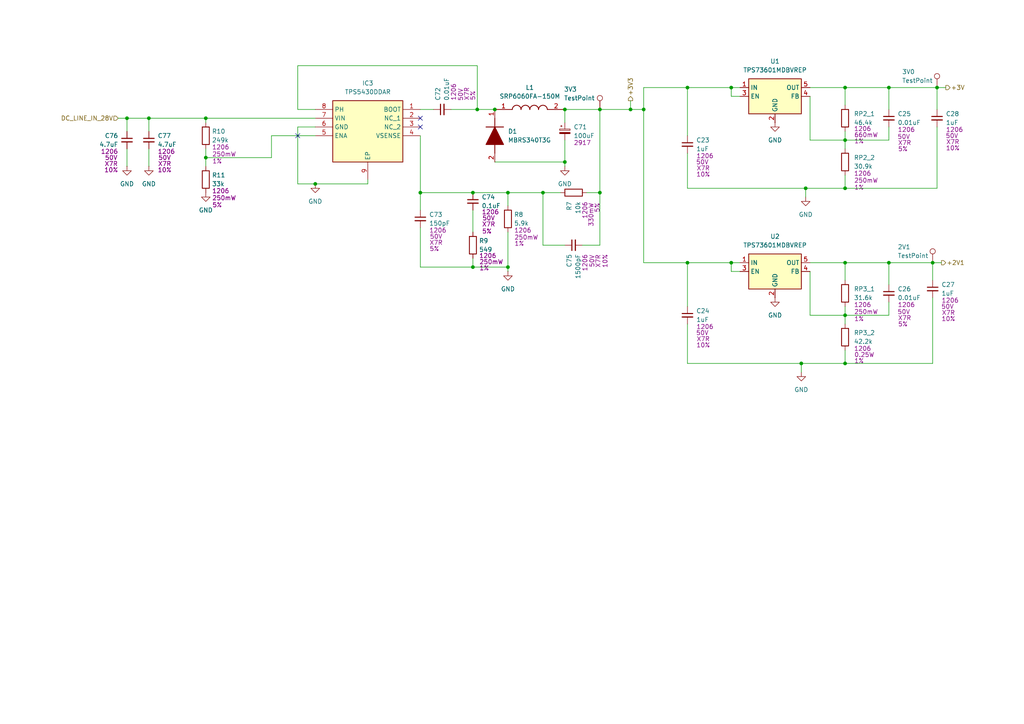
<source format=kicad_sch>
(kicad_sch (version 20250114) (generator "eeschema") (generator_version "9.0")
  (paper "A4")
  (lib_symbols
    (symbol "Connector:TestPoint" (pin_numbers (hide yes)) (pin_names (offset 0.762) (hide yes))
      (property "Reference" "TP" (at 0 6.858 0))
      (property "Value" "TestPoint" (at 0 5.08 0))
      (symbol "TestPoint_0_1"
        (circle (center 0 3.302) (radius 0.762))
      )
      (symbol "TestPoint_1_1"
        (pin passive line (at 0 0 90) (length 2.54) (name "1") (number "1"))
      )
    )
    (symbol "Device:C_Polarized_Small" (pin_numbers (hide yes)) (pin_names (offset 0.254) (hide yes))
      (property "Reference" "C" (at 0.254 1.778 0))
      (property "Value" "C_Polarized_Small" (at 0.254 -2.032 0))
      (symbol "C_Polarized_Small_0_1"
        (rectangle (start -1.524 0.6858) (end 1.524 0.3048))
        (rectangle (start -1.524 -0.3048) (end 1.524 -0.6858) (fill (type outline)))
        (polyline (pts (xy -1.27 1.524) (xy -0.762 1.524)))
        (polyline (pts (xy -1.016 1.27) (xy -1.016 1.778)))
      )
      (symbol "C_Polarized_Small_1_1"
        (pin passive line (at 0 2.54 270) (length 1.8542) (name "~") (number "1"))
        (pin passive line (at 0 -2.54 90) (length 1.8542) (name "~") (number "2"))
      )
    )
    (symbol "Device:C_Small" (pin_numbers (hide yes)) (pin_names (offset 0.254) (hide yes))
      (property "Reference" "C" (at 0.254 1.778 0))
      (property "Value" "C_Small" (at 0.254 -2.032 0))
      (symbol "C_Small_0_1"
        (polyline (pts (xy -1.524 0.508) (xy 1.524 0.508)) (stroke (width 0.3048)))
        (polyline (pts (xy -1.524 -0.508) (xy 1.524 -0.508)) (stroke (width 0.3302)))
      )
      (symbol "C_Small_1_1"
        (pin passive line (at 0 2.54 270) (length 2.032) (name "~") (number "1"))
        (pin passive line (at 0 -2.54 90) (length 2.032) (name "~") (number "2"))
      )
    )
    (symbol "Device:R" (pin_numbers (hide yes)) (pin_names (offset 0))
      (property "Reference" "R" (at 2.032 0 90))
      (property "Value" "R" (at 0 0 90))
      (symbol "R_0_1"
        (rectangle (start -1.016 -2.54) (end 1.016 2.54) (stroke (width 0.254)))
      )
      (symbol "R_1_1"
        (pin passive line (at 0 3.81 270) (length 1.27) (name "~") (number "1"))
        (pin passive line (at 0 -3.81 90) (length 1.27) (name "~") (number "2"))
      )
    )
    (symbol "Regulator_Linear:TPS73601DBV"
      (property "Reference" "U" (at -6.35 6.35 0))
      (property "Value" "TPS73601DBV" (at 0 6.35 0))
      (symbol "TPS73601DBV_0_1"
        (rectangle (start -7.62 -5.08) (end 7.62 5.08) (stroke (width 0.254)) (fill (type background)))
      )
      (symbol "TPS73601DBV_1_1"
        (pin power_in line (at -10.16 2.54 0) (length 2.54) (name "IN") (number "1"))
        (pin input line (at -10.16 0 0) (length 2.54) (name "EN") (number "3"))
        (pin power_in line (at 0 -7.62 90) (length 2.54) (name "GND") (number "2"))
        (pin power_out line (at 10.16 2.54 180) (length 2.54) (name "OUT") (number "5"))
        (pin input line (at 10.16 0 180) (length 2.54) (name "FB") (number "4"))
      )
    )
    (symbol "SamacSys_Parts:MBRS340T3G" (pin_names (hide yes))
      (property "Reference" "D" (at 11.43 5.08 0))
      (property "Value" "MBRS340T3G" (at 11.43 2.54 0))
      (symbol "MBRS340T3G_1_1"
        (polyline (pts (xy 2.54 0) (xy 5.08 0)) (stroke (width 0.254)))
        (polyline (pts (xy 5.08 2.54) (xy 5.08 -2.54)) (stroke (width 0.254)))
        (polyline (pts (xy 5.08 0) (xy 10.16 2.54) (xy 10.16 -2.54) (xy 5.08 0)) (stroke (width 0.254)) (fill (type outline)))
        (polyline (pts (xy 10.16 0) (xy 12.7 0)) (stroke (width 0.254)))
        (pin passive line (at 0 0 0) (length 2.54) (name "K") (number "1"))
        (pin passive line (at 15.24 0 180) (length 2.54) (name "A") (number "2"))
      )
    )
    (symbol "SamacSys_Parts:SRP6060FA-150M" (pin_names (hide yes))
      (property "Reference" "L" (at 16.51 6.35 0))
      (property "Value" "SRP6060FA-150M" (at 16.51 3.81 0))
      (symbol "SRP6060FA-150M_1_1"
        (arc (start 5.08 0) (mid 6.35 1.219) (end 7.62 0) (stroke (width 0.254)))
        (arc (start 7.62 0) (mid 8.89 1.219) (end 10.16 0) (stroke (width 0.254)))
        (arc (start 10.16 0) (mid 11.43 1.219) (end 12.7 0) (stroke (width 0.254)))
        (arc (start 12.7 0) (mid 13.97 1.219) (end 15.24 0) (stroke (width 0.254)))
        (pin passive line (at 0 0 0) (length 5.08) (name "1") (number "1"))
        (pin passive line (at 20.32 0 180) (length 5.08) (name "2") (number "2"))
      )
    )
    (symbol "SamacSys_Parts:TPS5430DDAR"
      (property "Reference" "IC" (at 26.67 7.62 0))
      (property "Value" "TPS5430DDAR" (at 26.67 5.08 0))
      (symbol "TPS5430DDAR_1_1"
        (rectangle (start 5.08 2.54) (end 25.4 -15.24) (stroke (width 0.254)) (fill (type background)))
        (pin passive line (at 0 0 0) (length 5.08) (name "BOOT") (number "1"))
        (pin passive line (at 0 -2.54 0) (length 5.08) (name "NC_1") (number "2"))
        (pin passive line (at 0 -5.08 0) (length 5.08) (name "NC_2") (number "3"))
        (pin passive line (at 0 -7.62 0) (length 5.08) (name "VSENSE") (number "4"))
        (pin passive line (at 15.24 -20.32 90) (length 5.08) (name "EP") (number "9"))
        (pin passive line (at 30.48 0 180) (length 5.08) (name "PH") (number "8"))
        (pin passive line (at 30.48 -2.54 180) (length 5.08) (name "VIN") (number "7"))
        (pin passive line (at 30.48 -5.08 180) (length 5.08) (name "GND") (number "6"))
        (pin passive line (at 30.48 -7.62 180) (length 5.08) (name "ENA") (number "5"))
      )
    )
    (symbol "power:GND" (power) (pin_numbers (hide yes)) (pin_names (offset 0) (hide yes))
      (property "Value" "GND" (at 0 -3.81 0))
      (symbol "GND_0_1"
        (polyline (pts (xy 0 0) (xy 0 -1.27) (xy 1.27 -1.27) (xy 0 -2.54) (xy -1.27 -1.27) (xy 0 -1.27)))
      )
      (symbol "GND_1_1"
        (pin power_in line (at 0 0 270) (length 0) (name "~") (number "1"))
      )
    )
  )
  (junction (at 212.09 76.2))
  (junction (at 43.18 34.29))
  (junction (at 121.92 55.88))
  (junction (at 163.83 31.75))
  (junction (at 163.83 46.99))
  (junction (at 147.32 77.47))
  (junction (at 245.11 54.61))
  (junction (at 138.43 31.75))
  (junction (at 186.69 31.75))
  (junction (at 59.69 45.72))
  (junction (at 199.39 25.4))
  (junction (at 143.51 31.75))
  (junction (at 245.11 105.41))
  (junction (at 147.32 55.88))
  (junction (at 270.51 76.2))
  (junction (at 59.69 34.29))
  (junction (at 212.09 25.4))
  (junction (at 245.11 25.4))
  (junction (at 232.41 105.41))
  (junction (at 245.11 76.2))
  (junction (at 245.11 40.64))
  (junction (at 91.44 53.34))
  (junction (at 257.81 25.4))
  (junction (at 245.11 91.44))
  (junction (at 182.88 31.75))
  (junction (at 257.81 76.2))
  (junction (at 157.48 55.88))
  (junction (at 173.99 31.75))
  (junction (at 173.99 55.88))
  (junction (at 233.68 54.61))
  (junction (at 137.16 55.88))
  (junction (at 271.78 25.4))
  (junction (at 199.39 76.2))
  (junction (at 36.83 34.29))
  (junction (at 137.16 77.47))
  (no_connect (at 121.92 36.83))
  (no_connect (at 121.92 34.29))
  (no_connect (at 86.36 39.37))
  (wire (pts (xy 182.88 31.75) (xy 173.99 31.75)))
  (wire (pts (xy 273.05 76.2) (xy 270.51 76.2)))
  (wire (pts (xy 270.51 86.36) (xy 270.51 105.41)))
  (wire (pts (xy 91.44 53.34) (xy 106.68 53.34)))
  (wire (pts (xy 199.39 44.45) (xy 199.39 54.61)))
  (wire (pts (xy 34.29 34.29) (xy 36.83 34.29)))
  (wire (pts (xy 121.92 55.88) (xy 121.92 39.37)))
  (wire (pts (xy 182.88 29.21) (xy 182.88 31.75)))
  (wire (pts (xy 245.11 25.4) (xy 257.81 25.4)))
  (wire (pts (xy 86.36 53.34) (xy 91.44 53.34)))
  (wire (pts (xy 59.69 43.18) (xy 59.69 45.72)))
  (wire (pts (xy 59.69 34.29) (xy 91.44 34.29)))
  (wire (pts (xy 186.69 31.75) (xy 186.69 25.4)))
  (wire (pts (xy 163.83 40.64) (xy 163.83 46.99)))
  (wire (pts (xy 137.16 60.96) (xy 137.16 67.31)))
  (wire (pts (xy 173.99 55.88) (xy 170.18 55.88)))
  (wire (pts (xy 245.11 40.64) (xy 245.11 43.18)))
  (wire (pts (xy 147.32 55.88) (xy 137.16 55.88)))
  (wire (pts (xy 147.32 55.88) (xy 147.32 59.69)))
  (wire (pts (xy 199.39 54.61) (xy 233.68 54.61)))
  (wire (pts (xy 232.41 105.41) (xy 245.11 105.41)))
  (wire (pts (xy 232.41 107.95) (xy 232.41 105.41)))
  (wire (pts (xy 43.18 34.29) (xy 59.69 34.29)))
  (wire (pts (xy 36.83 34.29) (xy 43.18 34.29)))
  (wire (pts (xy 86.36 19.05) (xy 138.43 19.05)))
  (wire (pts (xy 186.69 25.4) (xy 199.39 25.4)))
  (wire (pts (xy 121.92 31.75) (xy 125.73 31.75)))
  (wire (pts (xy 182.88 31.75) (xy 186.69 31.75)))
  (wire (pts (xy 199.39 76.2) (xy 212.09 76.2)))
  (wire (pts (xy 173.99 31.75) (xy 173.99 55.88)))
  (wire (pts (xy 43.18 34.29) (xy 43.18 38.1)))
  (wire (pts (xy 245.11 101.6) (xy 245.11 105.41)))
  (wire (pts (xy 121.92 77.47) (xy 137.16 77.47)))
  (wire (pts (xy 234.95 27.94) (xy 234.95 40.64)))
  (wire (pts (xy 199.39 25.4) (xy 199.39 39.37)))
  (wire (pts (xy 43.18 43.18) (xy 43.18 48.26)))
  (wire (pts (xy 212.09 25.4) (xy 214.63 25.4)))
  (wire (pts (xy 199.39 93.98) (xy 199.39 105.41)))
  (wire (pts (xy 157.48 71.12) (xy 163.83 71.12)))
  (wire (pts (xy 86.36 31.75) (xy 86.36 19.05)))
  (wire (pts (xy 245.11 25.4) (xy 245.11 30.48)))
  (wire (pts (xy 212.09 76.2) (xy 214.63 76.2)))
  (wire (pts (xy 199.39 105.41) (xy 232.41 105.41)))
  (wire (pts (xy 257.81 91.44) (xy 245.11 91.44)))
  (wire (pts (xy 78.74 45.72) (xy 78.74 39.37)))
  (wire (pts (xy 162.56 55.88) (xy 157.48 55.88)))
  (wire (pts (xy 245.11 38.1) (xy 245.11 40.64)))
  (wire (pts (xy 257.81 25.4) (xy 257.81 31.75)))
  (wire (pts (xy 271.78 25.4) (xy 271.78 31.75)))
  (wire (pts (xy 147.32 67.31) (xy 147.32 77.47)))
  (wire (pts (xy 234.95 76.2) (xy 245.11 76.2)))
  (wire (pts (xy 78.74 39.37) (xy 91.44 39.37)))
  (wire (pts (xy 234.95 25.4) (xy 245.11 25.4)))
  (wire (pts (xy 168.91 71.12) (xy 173.99 71.12)))
  (wire (pts (xy 245.11 88.9) (xy 245.11 91.44)))
  (wire (pts (xy 121.92 66.04) (xy 121.92 77.47)))
  (wire (pts (xy 86.36 36.83) (xy 86.36 53.34)))
  (wire (pts (xy 157.48 55.88) (xy 157.48 71.12)))
  (wire (pts (xy 137.16 55.88) (xy 121.92 55.88)))
  (wire (pts (xy 257.81 76.2) (xy 270.51 76.2)))
  (wire (pts (xy 138.43 31.75) (xy 143.51 31.75)))
  (wire (pts (xy 157.48 55.88) (xy 147.32 55.88)))
  (wire (pts (xy 147.32 77.47) (xy 137.16 77.47)))
  (wire (pts (xy 91.44 36.83) (xy 86.36 36.83)))
  (wire (pts (xy 245.11 76.2) (xy 245.11 81.28)))
  (wire (pts (xy 233.68 54.61) (xy 245.11 54.61)))
  (wire (pts (xy 245.11 76.2) (xy 257.81 76.2)))
  (wire (pts (xy 163.83 31.75) (xy 173.99 31.75)))
  (wire (pts (xy 212.09 27.94) (xy 212.09 25.4)))
  (wire (pts (xy 271.78 36.83) (xy 271.78 54.61)))
  (wire (pts (xy 199.39 76.2) (xy 199.39 88.9)))
  (wire (pts (xy 257.81 76.2) (xy 257.81 82.55)))
  (wire (pts (xy 245.11 50.8) (xy 245.11 54.61)))
  (wire (pts (xy 245.11 105.41) (xy 270.51 105.41)))
  (wire (pts (xy 212.09 78.74) (xy 212.09 76.2)))
  (wire (pts (xy 257.81 87.63) (xy 257.81 91.44)))
  (wire (pts (xy 138.43 19.05) (xy 138.43 31.75)))
  (wire (pts (xy 91.44 31.75) (xy 86.36 31.75)))
  (wire (pts (xy 257.81 40.64) (xy 245.11 40.64)))
  (wire (pts (xy 186.69 76.2) (xy 199.39 76.2)))
  (wire (pts (xy 234.95 78.74) (xy 234.95 91.44)))
  (wire (pts (xy 59.69 45.72) (xy 59.69 48.26)))
  (wire (pts (xy 163.83 46.99) (xy 163.83 48.26)))
  (wire (pts (xy 274.32 25.4) (xy 271.78 25.4)))
  (wire (pts (xy 186.69 31.75) (xy 186.69 76.2)))
  (wire (pts (xy 147.32 78.74) (xy 147.32 77.47)))
  (wire (pts (xy 214.63 78.74) (xy 212.09 78.74)))
  (wire (pts (xy 245.11 54.61) (xy 271.78 54.61)))
  (wire (pts (xy 130.81 31.75) (xy 138.43 31.75)))
  (wire (pts (xy 257.81 25.4) (xy 271.78 25.4)))
  (wire (pts (xy 245.11 91.44) (xy 245.11 93.98)))
  (wire (pts (xy 163.83 31.75) (xy 163.83 35.56)))
  (wire (pts (xy 137.16 77.47) (xy 137.16 74.93)))
  (wire (pts (xy 270.51 81.28) (xy 270.51 76.2)))
  (wire (pts (xy 143.51 46.99) (xy 163.83 46.99)))
  (wire (pts (xy 36.83 34.29) (xy 36.83 38.1)))
  (wire (pts (xy 245.11 40.64) (xy 234.95 40.64)))
  (wire (pts (xy 173.99 55.88) (xy 173.99 71.12)))
  (wire (pts (xy 59.69 34.29) (xy 59.69 35.56)))
  (wire (pts (xy 257.81 36.83) (xy 257.81 40.64)))
  (wire (pts (xy 121.92 55.88) (xy 121.92 60.96)))
  (wire (pts (xy 199.39 25.4) (xy 212.09 25.4)))
  (wire (pts (xy 59.69 45.72) (xy 78.74 45.72)))
  (wire (pts (xy 106.68 52.07) (xy 106.68 53.34)))
  (wire (pts (xy 245.11 91.44) (xy 234.95 91.44)))
  (wire (pts (xy 233.68 57.15) (xy 233.68 54.61)))
  (wire (pts (xy 36.83 43.18) (xy 36.83 48.26)))
  (wire (pts (xy 214.63 27.94) (xy 212.09 27.94)))
  (hierarchical_label "+3V3" (shape output) (at 182.88 29.21 90))
  (hierarchical_label "+3V" (shape output) (at 274.32 25.4 0))
  (hierarchical_label "DC_LINE_IN_28V" (shape input) (at 34.29 34.29 180))
  (hierarchical_label "+2V1" (shape output) (at 273.05 76.2 0))
  (symbol (lib_id "Device:R") (at 245.11 97.79 0) (unit 1)
    (property "Reference" "RP3_2" (at 247.65 96.5199 0) (effects (justify left)))
    (property "Value" "42.2k" (at 247.65 99.0599 0) (effects (justify left)))
    (property "Footprint" "Resistor_SMD:R_1206_3216Metric" (effects (hide yes)))
    (property "Description" "Resistor" (effects (hide yes)))
    (property "Power Rating" "0.25W" (at 250.698 102.87 0))
    (property "Tolerance" "1%" (at 249.174 104.648 0))
    (property "Mouser Part Number" "71-CRCW1206-42.2K" (effects (hide yes)))
    (property "Mouser Price/Stock" "https://www.mouser.com/ProductDetail/Vishay-Dale/CRCW120642K2FKTA?qs=CWSDWQMLkcdFcCJXeYJzgA%3D%3D" (effects (hide yes)))
    (property "Package Size" "1206" (at 250.19 101.092 0))
  )
  (symbol (lib_id "Device:C_Polarized_Small") (at 163.83 38.1 0) (unit 1)
    (property "Reference" "C71" (at 166.37 36.8362 0) (effects (justify left)))
    (property "Value" "100uF" (at 166.37 39.3762 0) (effects (justify left)))
    (property "Footprint" "Capacitor_Tantalum_SMD:CP_EIA-7343-15_Kemet-W" (effects (hide yes)))
    (property "Description" "Polarized capacitor, small symbol" (effects (hide yes)))
    (property "Mouser Part Number" " 74-293D107X9010D2TE3" (effects (hide yes)))
    (property "Mouser Price/Stock" "0.71/103,354" (effects (hide yes)))
    (property "Package Size" "2917" (at 168.91 41.402 0))
  )
  (symbol (lib_id "power:GND") (at 224.79 35.56 0) (unit 1)
    (property "Reference" "#PWR028" (effects (hide yes)))
    (property "Value" "GND" (at 224.79 40.64 0))
    (property "Description" "Power symbol creates a global label with name \"GND\" , ground" (effects (hide yes)))
  )
  (symbol (lib_id "power:GND") (at 59.69 55.88 0) (unit 1)
    (property "Reference" "#PWR068" (effects (hide yes)))
    (property "Value" "GND" (at 59.69 60.96 0))
    (property "Description" "Power symbol creates a global label with name \"GND\" , ground" (effects (hide yes)))
  )
  (symbol (lib_id "Device:R") (at 245.11 85.09 0) (unit 1)
    (property "Reference" "RP3_1" (at 247.65 83.8199 0) (effects (justify left)))
    (property "Value" "31.6k" (at 247.65 86.3599 0) (effects (justify left)))
    (property "Footprint" "Resistor_SMD:R_1206_3216Metric" (effects (hide yes)))
    (property "Description" "Resistor" (effects (hide yes)))
    (property "Power Rating" "250mW" (at 251.206 90.424 0))
    (property "Tolerance" "1%" (at 249.174 92.456 0))
    (property "Mouser Part Number" "71-CRCW120631K6FKEAC" (effects (hide yes)))
    (property "Mouser Price/Stock" "https://www.mouser.com/ProductDetail/Vishay-Dale/CRCW120631K6FKEAC?qs=E3Y5ESvWgWNC8hj8%2FJlRDQ%3D%3D" (effects (hide yes)))
    (property "Package Size" "1206" (at 250.19 88.392 0))
  )
  (symbol (lib_id "Device:C_Small") (at 36.83 40.64 0) (mirror y) (unit 1)
    (property "Reference" "C76" (at 34.29 39.3762 0) (effects (justify left)))
    (property "Value" "4.7uF" (at 34.29 41.9162 0) (effects (justify left)))
    (property "Footprint" "Capacitor_SMD:C_1206_3216Metric" (effects (hide yes)))
    (property "Description" "Unpolarized capacitor, small symbol" (effects (hide yes)))
    (property "Voltage Rating" "50V" (at 32.258 45.72 0))
    (property "Dielectric" "X7R" (at 32.258 47.498 0))
    (property "Tolerance" "10%" (at 32.258 49.276 0))
    (property "Mouser Part Number" "581-KGM31AR71H475KU" (effects (hide yes)))
    (property "Mouser Price/Stock" "https://www.mouser.com/ProductDetail/KYOCERA-AVX/KGM31AR71H475KU?qs=9vOqFld9vZWqrEB01UnVcA%3D%3D" (effects (hide yes)))
    (property "Package Size" "1206" (at 31.75 43.942 0))
  )
  (symbol (lib_id "Device:C_Small") (at 137.16 58.42 0) (unit 1)
    (property "Reference" "C74" (at 139.7 57.1562 0) (effects (justify left)))
    (property "Value" "0.1uF" (at 139.7 59.6962 0) (effects (justify left)))
    (property "Footprint" "Capacitor_SMD:C_1206_3216Metric" (effects (hide yes)))
    (property "Description" "Unpolarized capacitor, small symbol" (effects (hide yes)))
    (property "Voltage Rating" "50V" (at 141.732 63.246 0))
    (property "Dielectric" "X7R" (at 141.732 65.024 0))
    (property "Tolerance" "5%" (at 141.224 67.056 0))
    (property "Mouser Part Number" "581-12065C104J4Z2A" (effects (hide yes)))
    (property "Mouser Price/Stock" "https://www.mouser.com/ProductDetail/KYOCERA-AVX/12065C104J4Z2A?qs=WcAEtQi8OAbNr9raFWb3vQ%3D%3D" (effects (hide yes)))
    (property "Package Size" "1206" (at 142.24 61.468 0))
  )
  (symbol (lib_id "Device:R") (at 245.11 46.99 0) (unit 1)
    (property "Reference" "RP2_2" (at 247.65 45.7199 0) (effects (justify left)))
    (property "Value" "30.9k" (at 247.65 48.2599 0) (effects (justify left)))
    (property "Footprint" "Resistor_SMD:R_1206_3216Metric" (effects (hide yes)))
    (property "Description" "Resistor" (effects (hide yes)))
    (property "Power Rating" "250mW" (at 251.206 52.324 0))
    (property "Tolerance" "1%" (at 249.174 54.356 0))
    (property "Mouser Part Number" "652-CR1206FX-3092ELF" (effects (hide yes)))
    (property "Mouser Price/Stock" "https://www.mouser.com/ProductDetail/Bourns/CR1206-FX-3092ELF?qs=raSpJxvwqHH68V%252B8e1tBCw%3D%3D" (effects (hide yes)))
    (property "Package Size" "1206" (at 250.19 50.292 0))
  )
  (symbol (lib_id "Regulator_Linear:TPS73601DBV") (at 224.79 78.74 0) (unit 1)
    (property "Reference" "U2" (at 224.79 68.58 0))
    (property "Value" "TPS73601MDBVREP" (at 224.79 71.12 0))
    (property "Footprint" "Package_TO_SOT_SMD:SOT-23-5" (effects (hide yes)))
    (property "Datasheet" "http://www.ti.com/lit/ds/symlink/tps736.pdf" (effects (hide yes)))
    (property "Description" "Cap free NMOS 400mA Low Drop Adjustable Out Regulator, SOT-23-5" (effects (hide yes)))
    (property "Mouser Part Number" "595-TPS73601MDBVREP" (effects (hide yes)))
    (property "Mouser Price/Stock" "https://www.mouser.com/ProductDetail/Texas-Instruments/TPS73601MDBVREP?qs=7kv20MEVUlgO8eFT%2FzKqZA%3D%3D" (effects (hide yes)))
  )
  (symbol (lib_id "power:GND") (at 233.68 57.15 0) (unit 1)
    (property "Reference" "#PWR031" (effects (hide yes)))
    (property "Value" "GND" (at 233.68 62.23 0))
    (property "Description" "Power symbol creates a global label with name \"GND\" , ground" (effects (hide yes)))
  )
  (symbol (lib_id "Connector:TestPoint") (at 270.51 76.2 0) (unit 1) (in_bom no)
    (property "Reference" "2V1" (at 260.35 71.628 0) (effects (justify left)))
    (property "Value" "TestPoint" (at 260.35 74.168 0) (effects (justify left)))
    (property "Footprint" "TestPoint:TestPoint_Pad_D1.0mm" (effects (hide yes)))
    (property "Description" "test point" (effects (hide yes)))
  )
  (symbol (lib_id "Device:C_Small") (at 166.37 71.12 90) (mirror x) (unit 1)
    (property "Reference" "C75" (at 165.1062 73.66 0) (effects (justify left)))
    (property "Value" "1500pF" (at 167.6462 73.66 0) (effects (justify left)))
    (property "Footprint" "Capacitor_SMD:C_1206_3216Metric" (effects (hide yes)))
    (property "Description" "Unpolarized capacitor, small symbol" (effects (hide yes)))
    (property "Voltage Rating" "50V" (at 171.704 75.692 0))
    (property "Dielectric" "X7R" (at 173.482 75.692 0))
    (property "Tolerance" "10%" (at 175.514 75.692 0))
    (property "Mouser Part Number" "77-VJ1206Y152KXAAC" (effects (hide yes)))
    (property "Mouser Price/Stock" "https://www.mouser.com/ProductDetail/Vishay-Vitramon/VJ1206Y152KXAAC?qs=vK%252B0S%252Bk5L45mBfopPkdbMw%3D%3D" (effects (hide yes)))
    (property "Package Size" "1206" (at 169.672 76.2 0))
  )
  (symbol (lib_id "Device:C_Small") (at 199.39 41.91 0) (unit 1)
    (property "Reference" "C23" (at 201.93 40.6462 0) (effects (justify left)))
    (property "Value" "1uF" (at 201.93 43.1862 0) (effects (justify left)))
    (property "Footprint" "Capacitor_SMD:C_1206_3216Metric" (effects (hide yes)))
    (property "Description" "Unpolarized capacitor, small symbol" (effects (hide yes)))
    (property "Voltage Rating" "50V" (at 203.708 46.99 0))
    (property "Dielectric" "X7R" (at 203.962 48.768 0))
    (property "Tolerance" "10%" (at 203.962 50.546 0))
    (property "Mouser Part Number" "963-UMK316B7105KL-T" (effects (hide yes)))
    (property "Mouser Price/Stock" "https://www.mouser.com/ProductDetail/TAIYO-YUDEN/UMK316B7105KL-T?qs=PzICbMaShUeAE92Yk%252BDciQ%3D%3D" (effects (hide yes)))
    (property "Package Size" "1206" (at 204.47 45.212 0))
  )
  (symbol (lib_id "Device:C_Small") (at 43.18 40.64 0) (unit 1)
    (property "Reference" "C77" (at 45.72 39.3762 0) (effects (justify left)))
    (property "Value" "4.7uF" (at 45.72 41.9162 0) (effects (justify left)))
    (property "Footprint" "Capacitor_SMD:C_1206_3216Metric" (effects (hide yes)))
    (property "Description" "Unpolarized capacitor, small symbol" (effects (hide yes)))
    (property "Voltage Rating" "50V" (at 47.752 45.72 0))
    (property "Dielectric" "X7R" (at 47.752 47.498 0))
    (property "Tolerance" "10%" (at 47.752 49.276 0))
    (property "Mouser Part Number" "581-KGM31AR71H475KU" (effects (hide yes)))
    (property "Mouser Price/Stock" "https://www.mouser.com/ProductDetail/KYOCERA-AVX/KGM31AR71H475KU?qs=9vOqFld9vZWqrEB01UnVcA%3D%3D" (effects (hide yes)))
    (property "Package Size" "1206" (at 48.26 43.942 0))
  )
  (symbol (lib_id "Device:R") (at 245.11 34.29 0) (unit 1)
    (property "Reference" "RP2_1" (at 247.65 33.0199 0) (effects (justify left)))
    (property "Value" "46.4k" (at 247.65 35.5599 0) (effects (justify left)))
    (property "Footprint" "Resistor_SMD:R_1206_3216Metric" (effects (hide yes)))
    (property "Description" "Resistor" (effects (hide yes)))
    (property "Power Rating" "660mW" (at 251.206 39.116 0))
    (property "Tolerance" "1%" (at 249.174 40.894 0))
    (property "Mouser Part Number" "667-ERJ-P08F4642V" (effects (hide yes)))
    (property "Mouser Price/Stock" "https://www.mouser.com/ProductDetail/Panasonic/ERJ-P08F4642V?qs=iIVTEDlrHA3PQU3OPOSp4Q%3D%3D" (effects (hide yes)))
    (property "Package Size" "1206" (at 250.19 37.338 0))
  )
  (symbol (lib_id "power:GND") (at 147.32 78.74 0) (unit 1)
    (property "Reference" "#PWR065" (effects (hide yes)))
    (property "Value" "GND" (at 147.32 83.82 0))
    (property "Description" "Power symbol creates a global label with name \"GND\" , ground" (effects (hide yes)))
  )
  (symbol (lib_id "Device:C_Small") (at 128.27 31.75 90) (unit 1)
    (property "Reference" "C72" (at 127.0062 29.21 0) (effects (justify left)))
    (property "Value" "0.01uF" (at 129.5462 29.21 0) (effects (justify left)))
    (property "Footprint" "Capacitor_SMD:C_1206_3216Metric" (effects (hide yes)))
    (property "Description" "Unpolarized capacitor, small symbol" (effects (hide yes)))
    (property "Voltage Rating" "50V" (at 133.604 27.432 0))
    (property "Dielectric" "X7R" (at 135.382 27.178 0))
    (property "Tolerance" "5%" (at 137.16 27.686 0))
    (property "Mouser Part Number" "581-12065C103J4T4A" (effects (hide yes)))
    (property "Mouser Price/Stock" "https://www.mouser.com/ProductDetail/KYOCERA-AVX/12065C103J4T4A?qs=5aG0NVq1C4w1SiJv4fhCjQ%3D%3D" (effects (hide yes)))
    (property "Package Size" "1206" (at 131.572 26.67 0))
  )
  (symbol (lib_id "Device:R") (at 166.37 55.88 90) (mirror x) (unit 1)
    (property "Reference" "R7" (at 165.0999 58.42 0) (effects (justify left)))
    (property "Value" "10k" (at 167.6399 58.42 0) (effects (justify left)))
    (property "Footprint" "Resistor_SMD:R_1206_3216Metric" (effects (hide yes)))
    (property "Description" "Resistor" (effects (hide yes)))
    (property "Power Rating" "330mW" (at 171.45 62.23 0))
    (property "Tolerance" "5%" (at 173.228 60.198 0))
    (property "Mouser Part Number" "667-ERJ-T08J103V" (effects (hide yes)))
    (property "Mouser Price/Stock" "https://www.mouser.com/ProductDetail/Panasonic/ERJ-T08J103V?qs=iIVTEDlrHA0RyZNTmuQ2%2FA%3D%3D" (effects (hide yes)))
    (property "Package Size" "1206" (at 169.672 60.96 0))
  )
  (symbol (lib_id "Device:C_Small") (at 257.81 34.29 0) (unit 1)
    (property "Reference" "C25" (at 260.35 33.0262 0) (effects (justify left)))
    (property "Value" "0.01uF" (at 260.35 35.5662 0) (effects (justify left)))
    (property "Footprint" "Capacitor_SMD:C_1206_3216Metric" (effects (hide yes)))
    (property "Description" "Unpolarized capacitor, small symbol" (effects (hide yes)))
    (property "Voltage Rating" "50V" (at 262.128 39.624 0))
    (property "Dielectric" "X7R" (at 262.382 41.402 0))
    (property "Tolerance" "5%" (at 261.874 43.18 0))
    (property "Mouser Part Number" "581-12065C103J4T4A" (effects (hide yes)))
    (property "Mouser Price/Stock" "https://www.mouser.com/ProductDetail/KYOCERA-AVX/12065C103J4T4A?qs=5aG0NVq1C4w1SiJv4fhCjQ%3D%3D" (effects (hide yes)))
    (property "Package Size" "1206" (at 262.89 37.592 0))
  )
  (symbol (lib_id "SamacSys_Parts:SRP6060FA-150M") (at 143.51 31.75 0) (unit 1)
    (property "Reference" "L1" (at 153.67 25.4 0))
    (property "Value" "SRP6060FA-150M" (at 153.67 27.94 0))
    (property "Footprint" "SamacSys_Parts:SRP6060FA150M" (effects (hide yes)))
    (property "Datasheet" "https://www.arrow.com/en/products/srp6060fa-150m/bourns" (effects (hide yes)))
    (property "Description" "Inductor Power Shielded Wirewound 15uH 20% 100KHz Metal Alloy Powder 6A 0.043Ohm DCR Automotive T/R" (effects (hide yes)))
    (property "Height" "5.8" (effects (hide yes)))
    (property "Mouser Part Number" "652-SRP6060FA-150M" (effects (hide yes)))
    (property "Mouser Price/Stock" "https://www.mouser.co.uk/ProductDetail/Bourns/SRP6060FA-150M?qs=MLItCLRbWsyaNp%252BY3GaXzw%3D%3D" (effects (hide yes)))
    (property "Manufacturer_Name" "Bourns" (effects (hide yes)))
    (property "Manufacturer_Part_Number" "SRP6060FA-150M" (effects (hide yes)))
  )
  (symbol (lib_id "Device:R") (at 59.69 52.07 0) (unit 1)
    (property "Reference" "R11" (at 61.468 50.8 0) (effects (justify left)))
    (property "Value" "33k" (at 61.468 53.34 0) (effects (justify left)))
    (property "Footprint" "Resistor_SMD:R_1206_3216Metric" (effects (hide yes)))
    (property "Description" "Resistor" (effects (hide yes)))
    (property "Power Rating" "250mW" (at 65.024 57.404 0))
    (property "Tolerance" "5%" (at 62.992 59.436 0))
    (property "Mouser Part Number" "755-KTR18EZPJ333" (effects (hide yes)))
    (property "Mouser Price/Stock" "https://www.mouser.com/ProductDetail/ROHM-Semiconductor/KTR18EZPJ333?qs=sGAEpiMZZMtlubZbdhIBIGrVcSH3vih4G8c5uH63TW4%3D" (effects (hide yes)))
    (property "Package Size" "1206" (at 64.008 55.372 0))
  )
  (symbol (lib_id "SamacSys_Parts:TPS5430DDAR") (at 121.92 31.75 0) (mirror y) (unit 1)
    (property "Reference" "IC3" (at 106.68 24.13 0))
    (property "Value" "TPS5430DDAR" (at 106.68 26.67 0))
    (property "Footprint" "SamacSys_Parts:SOIC127P600X170-9N" (effects (hide yes)))
    (property "Datasheet" "http://www.ti.com/lit/gpn/tps5430" (effects (hide yes)))
    (property "Description" "Texas Instruments, TPS5430DDAR Step-Down Switching Regulator 3A Adjustable, 1.22  31 V, 8-Pin SOIC" (effects (hide yes)))
    (property "Height" "1.7" (effects (hide yes)))
    (property "Mouser Part Number" "595-TPS5430DDAR" (effects (hide yes)))
    (property "Mouser Price/Stock" "https://www.mouser.com/ProductDetail/Texas-Instruments/TPS5430DDAR?qs=zwk82MlA57ZJdOTovH1aYA%3D%3D&_gl=1*191804q*_ga*MTE1MTEwOTk2OC4xNzQzMTA4NDI1*_ga_15W4STQT4T*MTc0MzEwODQyNC4xLjAuMTc0MzEwODQyNi41OC4wLjA." (effects (hide yes)))
    (property "Manufacturer_Name" "Texas Instruments" (effects (hide yes)))
    (property "Manufacturer_Part_Number" "TPS5430DDAR" (effects (hide yes)))
  )
  (symbol (lib_id "power:GND") (at 91.44 53.34 0) (unit 1)
    (property "Reference" "#PWR027" (effects (hide yes)))
    (property "Value" "GND" (at 91.44 58.42 0))
    (property "Description" "Power symbol creates a global label with name \"GND\" , ground" (effects (hide yes)))
  )
  (symbol (lib_id "Device:R") (at 59.69 39.37 0) (unit 1)
    (property "Reference" "R10" (at 61.468 38.1 0) (effects (justify left)))
    (property "Value" "249k" (at 61.468 40.64 0) (effects (justify left)))
    (property "Footprint" "Resistor_SMD:R_1206_3216Metric" (effects (hide yes)))
    (property "Description" "Resistor" (effects (hide yes)))
    (property "Power Rating" "250mW" (at 65.024 44.704 0))
    (property "Tolerance" "1%" (at 62.992 46.736 0))
    (property "Mouser Part Number" "71-RCV1206249KFKEA" (effects (hide yes)))
    (property "Mouser Price/Stock" "https://www.mouser.com/ProductDetail/Vishay-Draloric/RCV1206249KFKEA?qs=sGAEpiMZZMtlubZbdhIBIEwnecvLzJsp8%252BKvpUpV%2FKg%3D" (effects (hide yes)))
    (property "Package Size" "1206" (at 64.008 42.672 0))
  )
  (symbol (lib_id "Regulator_Linear:TPS73601DBV") (at 224.79 27.94 0) (unit 1)
    (property "Reference" "U1" (at 224.79 17.78 0))
    (property "Value" "TPS73601MDBVREP" (at 224.79 20.32 0))
    (property "Footprint" "Package_TO_SOT_SMD:SOT-23-5" (effects (hide yes)))
    (property "Datasheet" "http://www.ti.com/lit/ds/symlink/tps736.pdf" (effects (hide yes)))
    (property "Description" "Cap free NMOS 400mA Low Drop Adjustable Out Regulator, SOT-23-5" (effects (hide yes)))
    (property "Mouser Part Number" "595-TPS73601MDBVREP" (effects (hide yes)))
    (property "Mouser Price/Stock" "https://www.mouser.com/ProductDetail/Texas-Instruments/TPS73601MDBVREP?qs=7kv20MEVUlgO8eFT%2FzKqZA%3D%3D" (effects (hide yes)))
  )
  (symbol (lib_id "Device:C_Small") (at 199.39 91.44 0) (unit 1)
    (property "Reference" "C24" (at 201.93 90.1762 0) (effects (justify left)))
    (property "Value" "1uF" (at 201.93 92.7162 0) (effects (justify left)))
    (property "Footprint" "Capacitor_SMD:C_1206_3216Metric" (effects (hide yes)))
    (property "Description" "Unpolarized capacitor, small symbol" (effects (hide yes)))
    (property "Voltage Rating" "50V" (at 203.708 96.52 0))
    (property "Dielectric" "X7R" (at 203.962 98.298 0))
    (property "Tolerance" "10%" (at 203.962 100.076 0))
    (property "Mouser Part Number" "963-UMK316B7105KL-T" (effects (hide yes)))
    (property "Mouser Price/Stock" "https://www.mouser.com/ProductDetail/TAIYO-YUDEN/UMK316B7105KL-T?qs=PzICbMaShUeAE92Yk%252BDciQ%3D%3D" (effects (hide yes)))
    (property "Package Size" "1206" (at 204.47 94.742 0))
  )
  (symbol (lib_id "SamacSys_Parts:MBRS340T3G") (at 143.51 31.75 270) (unit 1)
    (property "Reference" "D1" (at 147.32 38.0999 90) (effects (justify left)))
    (property "Value" "MBRS340T3G" (at 147.32 40.6399 90) (effects (justify left)))
    (property "Footprint" "SamacSys_Parts:DIOM8059X261N" (effects (hide yes)))
    (property "Datasheet" "https://www.onsemi.com/pub/Collateral/MBRS340T3-D.PDF" (effects (hide yes)))
    (property "Description" "Case: Epoxy, Molded; Small Compact Surface Mountable Package with J-Bend Leads; Shipped in 16 mm Tape and Reel, 2500 units per reel; Excellent Ability to Withstand Reverse Avalanche Energy Transients; Rectangular Package for Automated Handling; Highly Stable Oxide Passivated Junction; Guardring for Stress Protection Mechanical Characteristics:; Weight: 217 mg (approximately); Marking: B32, B33, B34; Finish: All External Surfaces Corrosion Resistant and Terminal Leads are Readily Solderable; Polarity: Notch" (effects (hide yes)))
    (property "Height" "2.61" (effects (hide yes)))
    (property "Mouser Part Number" "863-MBRS340T3G" (effects (hide yes)))
    (property "Mouser Price/Stock" "https://www.mouser.co.uk/ProductDetail/onsemi/MBRS340T3G?qs=3JMERSakeboCr3wxBgfY3w%3D%3D" (effects (hide yes)))
    (property "Manufacturer_Name" "onsemi" (effects (hide yes)))
    (property "Manufacturer_Part_Number" "MBRS340T3G" (effects (hide yes)))
  )
  (symbol (lib_id "power:GND") (at 163.83 48.26 0) (unit 1)
    (property "Reference" "#PWR064" (effects (hide yes)))
    (property "Value" "GND" (at 163.83 53.34 0))
    (property "Description" "Power symbol creates a global label with name \"GND\" , ground" (effects (hide yes)))
  )
  (symbol (lib_id "Connector:TestPoint") (at 173.99 31.75 0) (unit 1) (in_bom no)
    (property "Reference" "3V3" (at 163.576 25.908 0) (effects (justify left)))
    (property "Value" "TestPoint" (at 163.576 28.448 0) (effects (justify left)))
    (property "Footprint" "TestPoint:TestPoint_Pad_D1.0mm" (effects (hide yes)))
    (property "Description" "test point" (effects (hide yes)))
  )
  (symbol (lib_id "Device:C_Small") (at 270.51 83.82 0) (unit 1)
    (property "Reference" "C27" (at 273.05 82.5562 0) (effects (justify left)))
    (property "Value" "1uF" (at 273.05 85.0962 0) (effects (justify left)))
    (property "Footprint" "Capacitor_SMD:C_1206_3216Metric" (effects (hide yes)))
    (property "Description" "Unpolarized capacitor, small symbol" (effects (hide yes)))
    (property "Voltage Rating" "50V" (at 274.828 88.9 0))
    (property "Dielectric" "X7R" (at 275.082 90.678 0))
    (property "Tolerance" "10%" (at 275.082 92.456 0))
    (property "Mouser Part Number" "963-UMK316B7105KL-T" (effects (hide yes)))
    (property "Mouser Price/Stock" "https://www.mouser.com/ProductDetail/TAIYO-YUDEN/UMK316B7105KL-T?qs=PzICbMaShUeAE92Yk%252BDciQ%3D%3D" (effects (hide yes)))
    (property "Package Size" "1206" (at 275.59 87.122 0))
  )
  (symbol (lib_id "Connector:TestPoint") (at 271.78 25.4 0) (unit 1) (in_bom no)
    (property "Reference" "3V0" (at 261.62 20.828 0) (effects (justify left)))
    (property "Value" "TestPoint" (at 261.62 23.368 0) (effects (justify left)))
    (property "Footprint" "TestPoint:TestPoint_Pad_D1.0mm" (effects (hide yes)))
    (property "Description" "test point" (effects (hide yes)))
  )
  (symbol (lib_id "Device:C_Small") (at 271.78 34.29 0) (unit 1)
    (property "Reference" "C28" (at 274.32 33.0262 0) (effects (justify left)))
    (property "Value" "1uF" (at 274.32 35.5662 0) (effects (justify left)))
    (property "Footprint" "Capacitor_SMD:C_1206_3216Metric" (effects (hide yes)))
    (property "Description" "Unpolarized capacitor, small symbol" (effects (hide yes)))
    (property "Voltage Rating" "50V" (at 276.098 39.37 0))
    (property "Dielectric" "X7R" (at 276.352 41.148 0))
    (property "Tolerance" "10%" (at 276.352 42.926 0))
    (property "Mouser Part Number" "963-UMK316B7105KL-T" (effects (hide yes)))
    (property "Mouser Price/Stock" "https://www.mouser.com/ProductDetail/TAIYO-YUDEN/UMK316B7105KL-T?qs=PzICbMaShUeAE92Yk%252BDciQ%3D%3D" (effects (hide yes)))
    (property "Package Size" "1206" (at 276.86 37.592 0))
  )
  (symbol (lib_id "power:GND") (at 224.79 86.36 0) (unit 1)
    (property "Reference" "#PWR029" (effects (hide yes)))
    (property "Value" "GND" (at 224.79 91.44 0))
    (property "Description" "Power symbol creates a global label with name \"GND\" , ground" (effects (hide yes)))
  )
  (symbol (lib_id "Device:C_Small") (at 121.92 63.5 0) (unit 1)
    (property "Reference" "C73" (at 124.46 62.2362 0) (effects (justify left)))
    (property "Value" "150pF" (at 124.46 64.7762 0) (effects (justify left)))
    (property "Footprint" "Capacitor_SMD:C_1206_3216Metric" (effects (hide yes)))
    (property "Description" "Unpolarized capacitor, small symbol" (effects (hide yes)))
    (property "Voltage Rating" "50V" (at 126.492 68.58 0))
    (property "Dielectric" "X7R" (at 126.492 70.358 0))
    (property "Tolerance" "5%" (at 125.984 72.136 0))
    (property "Mouser Part Number" "80-C1206C151J5RACTU" (effects (hide yes)))
    (property "Mouser Price/Stock" "https://www.mouser.com/ProductDetail/KEMET/C1206C151J5RACTU?qs=w%2Fv1CP2dgqpJcLTiNRsnIA%3D%3D" (effects (hide yes)))
    (property "Package Size" "1206" (at 127 66.802 0))
  )
  (symbol (lib_id "power:GND") (at 36.83 48.26 0) (unit 1)
    (property "Reference" "#PWR067" (effects (hide yes)))
    (property "Value" "GND" (at 36.83 53.34 0))
    (property "Description" "Power symbol creates a global label with name \"GND\" , ground" (effects (hide yes)))
  )
  (symbol (lib_id "Device:R") (at 137.16 71.12 0) (unit 1)
    (property "Reference" "R9" (at 138.938 69.85 0) (effects (justify left)))
    (property "Value" "549" (at 138.938 72.39 0) (effects (justify left)))
    (property "Footprint" "Resistor_SMD:R_1206_3216Metric" (effects (hide yes)))
    (property "Description" "Resistor" (effects (hide yes)))
    (property "Power Rating" "250mW" (at 142.494 75.946 0))
    (property "Tolerance" "1%" (at 140.462 77.724 0))
    (property "Mouser Part Number" "71-CRCW1206-549-E3" (effects (hide yes)))
    (property "Mouser Price/Stock" "https://www.mouser.com/ProductDetail/Vishay-Dale/CRCW1206549RFKEA?qs=4im3x1c%252BplxXMU7HjCxPOA%3D%3D" (effects (hide yes)))
    (property "Package Size" "1206" (at 141.478 74.168 0))
  )
  (symbol (lib_id "power:GND") (at 232.41 107.95 0) (unit 1)
    (property "Reference" "#PWR030" (effects (hide yes)))
    (property "Value" "GND" (at 232.41 113.03 0))
    (property "Description" "Power symbol creates a global label with name \"GND\" , ground" (effects (hide yes)))
  )
  (symbol (lib_id "power:GND") (at 43.18 48.26 0) (unit 1)
    (property "Reference" "#PWR066" (effects (hide yes)))
    (property "Value" "GND" (at 43.18 53.34 0))
    (property "Description" "Power symbol creates a global label with name \"GND\" , ground" (effects (hide yes)))
  )
  (symbol (lib_id "Device:R") (at 147.32 63.5 0) (unit 1)
    (property "Reference" "R8" (at 149.098 62.23 0) (effects (justify left)))
    (property "Value" "5.9k" (at 149.098 64.77 0) (effects (justify left)))
    (property "Footprint" "Resistor_SMD:R_1206_3216Metric" (effects (hide yes)))
    (property "Description" "Resistor" (effects (hide yes)))
    (property "Power Rating" "250mW" (at 152.654 68.834 0))
    (property "Tolerance" "1%" (at 150.622 70.612 0))
    (property "Mouser Part Number" "71-CRCW1206-5.9K-E3" (effects (hide yes)))
    (property "Mouser Price/Stock" "https://www.mouser.com/ProductDetail/Vishay-Dale/CRCW12065K90FKEA?qs=cIcnZvs8mCMihGFmiec2gw%3D%3D" (effects (hide yes)))
    (property "Package Size" "1206" (at 151.638 66.802 0))
  )
  (symbol (lib_id "Device:C_Small") (at 257.81 85.09 0) (unit 1)
    (property "Reference" "C26" (at 260.35 83.8262 0) (effects (justify left)))
    (property "Value" "0.01uF" (at 260.35 86.3662 0) (effects (justify left)))
    (property "Footprint" "Capacitor_SMD:C_1206_3216Metric" (effects (hide yes)))
    (property "Description" "Unpolarized capacitor, small symbol" (effects (hide yes)))
    (property "Voltage Rating" "50V" (at 262.128 90.424 0))
    (property "Dielectric" "X7R" (at 262.382 92.202 0))
    (property "Tolerance" "5%" (at 261.874 93.98 0))
    (property "Mouser Part Number" "581-12065C103J4T4A" (effects (hide yes)))
    (property "Mouser Price/Stock" "https://www.mouser.com/ProductDetail/KYOCERA-AVX/12065C103J4T4A?qs=5aG0NVq1C4w1SiJv4fhCjQ%3D%3D" (effects (hide yes)))
    (property "Package Size" "1206" (at 262.89 88.392 0))
  )
)
</source>
